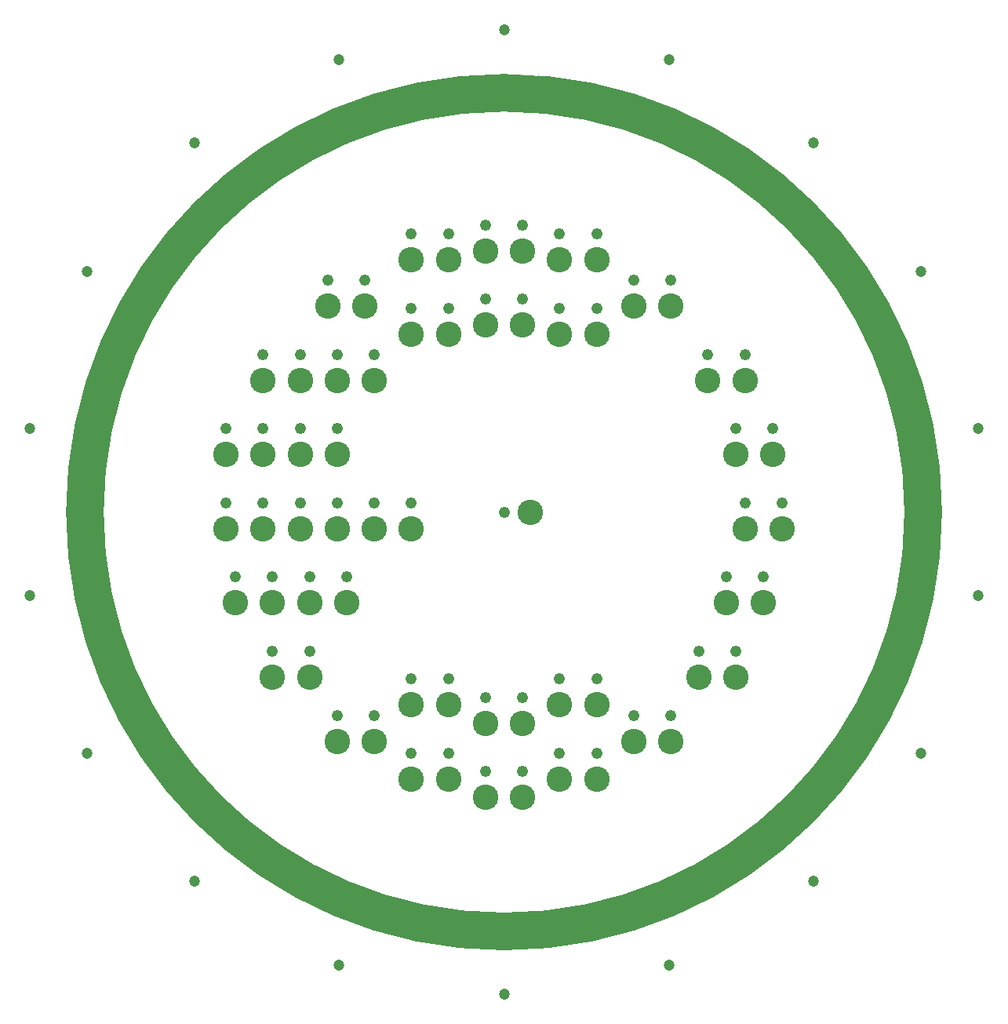
<source format=gbr>
G04 Layer_Color=16711935*
%FSLAX26Y26*%
%MOIN*%
%TF.FileFunction,Soldermask,Bot*%
%TF.Part,Single*%
G01*
G75*
%TA.AperFunction,NonConductor*%
%ADD19C,0.161024*%
%TA.AperFunction,WasherPad*%
%ADD23C,0.047370*%
%TA.AperFunction,ComponentPad*%
%ADD24C,0.108000*%
%ADD25C,0.048000*%
D19*
X1781299Y0D02*
G03*
X1781299Y0I-1781299J0D01*
G01*
D23*
X-1315944Y1568268D02*
D03*
X-700198Y1923780D02*
D03*
X0Y2047244D02*
D03*
X700198Y1923780D02*
D03*
X1315944Y1568280D02*
D03*
X1772966Y1023622D02*
D03*
X2016142Y355500D02*
D03*
Y-355500D02*
D03*
X1772966Y-1023622D02*
D03*
X1315944Y-1568280D02*
D03*
X700198Y-1923780D02*
D03*
X0Y-2047244D02*
D03*
X-700198Y-1923780D02*
D03*
X-1315944Y-1568280D02*
D03*
X-1772966Y-1023622D02*
D03*
X-2016142Y-355500D02*
D03*
Y355500D02*
D03*
X-1772966Y1023622D02*
D03*
D24*
X-866142Y244330D02*
D03*
X-393700Y1071102D02*
D03*
X-78740Y-897402D02*
D03*
X-1181102Y244330D02*
D03*
X-1023622Y559292D02*
D03*
X-78740Y1110472D02*
D03*
X-393700Y-818662D02*
D03*
X236220Y1071102D02*
D03*
X-393700Y756142D02*
D03*
X-78740Y795512D02*
D03*
X-708662Y-976142D02*
D03*
X551182Y874252D02*
D03*
X236220Y756142D02*
D03*
X1023622Y-70630D02*
D03*
X-826772Y-385590D02*
D03*
X866142Y559292D02*
D03*
X551182Y-976142D02*
D03*
X236220Y-1133622D02*
D03*
X-551182Y-70630D02*
D03*
X984252Y244330D02*
D03*
X-393700Y-1133622D02*
D03*
X-78740Y-1212362D02*
D03*
X-1181102Y-70630D02*
D03*
X944882Y-385590D02*
D03*
X-866142Y-70630D02*
D03*
X-826772Y-700552D02*
D03*
X-984252D02*
D03*
X-708662Y559292D02*
D03*
X826772Y-700552D02*
D03*
X-1141732Y-385590D02*
D03*
X-748032Y874252D02*
D03*
X236220Y-818662D02*
D03*
X-590552Y874252D02*
D03*
X-866142Y559292D02*
D03*
X-551182D02*
D03*
X-1023622Y244330D02*
D03*
X-708662D02*
D03*
Y-70630D02*
D03*
X-1023622D02*
D03*
X-393700D02*
D03*
X-984252Y-385590D02*
D03*
X-669292D02*
D03*
X-236220Y1071102D02*
D03*
Y756142D02*
D03*
X78740Y1110472D02*
D03*
Y795512D02*
D03*
X393700Y1071102D02*
D03*
Y756142D02*
D03*
X708662Y874252D02*
D03*
X1023622Y559292D02*
D03*
X1141732Y244330D02*
D03*
X1181102Y-70630D02*
D03*
X1102362Y-385590D02*
D03*
X984252Y-700552D02*
D03*
X-551182Y-976142D02*
D03*
X-236220Y-1133622D02*
D03*
Y-818662D02*
D03*
X78740Y-1212362D02*
D03*
Y-897402D02*
D03*
X393700Y-1133622D02*
D03*
Y-818662D02*
D03*
X708662Y-976142D02*
D03*
X110000Y0D02*
D03*
D25*
X-866142Y354330D02*
D03*
X-393700Y1181102D02*
D03*
X-78740Y-787402D02*
D03*
X-1181102Y354330D02*
D03*
X-1023622Y669292D02*
D03*
X-78740Y1220472D02*
D03*
X-393700Y-708662D02*
D03*
X236220Y1181102D02*
D03*
X-393700Y866142D02*
D03*
X-78740Y905512D02*
D03*
X-708662Y-866142D02*
D03*
X551182Y984252D02*
D03*
X236220Y866142D02*
D03*
X1023622Y39370D02*
D03*
X-826772Y-275590D02*
D03*
X866142Y669292D02*
D03*
X551182Y-866142D02*
D03*
X236220Y-1023622D02*
D03*
X-551182Y39370D02*
D03*
X984252Y354330D02*
D03*
X-393700Y-1023622D02*
D03*
X-78740Y-1102362D02*
D03*
X-1181102Y39370D02*
D03*
X944882Y-275590D02*
D03*
X-866142Y39370D02*
D03*
X-826772Y-590552D02*
D03*
X-984252D02*
D03*
X-708662Y669292D02*
D03*
X826772Y-590552D02*
D03*
X-1141732Y-275590D02*
D03*
X-748032Y984252D02*
D03*
X236220Y-708662D02*
D03*
X-590552Y984252D02*
D03*
X-866142Y669292D02*
D03*
X-551182D02*
D03*
X-1023622Y354330D02*
D03*
X-708662D02*
D03*
Y39370D02*
D03*
X-1023622D02*
D03*
X-393700D02*
D03*
X-984252Y-275590D02*
D03*
X-669292D02*
D03*
X-236220Y1181102D02*
D03*
Y866142D02*
D03*
X78740Y1220472D02*
D03*
Y905512D02*
D03*
X393700Y1181102D02*
D03*
Y866142D02*
D03*
X708662Y984252D02*
D03*
X1023622Y669292D02*
D03*
X1141732Y354330D02*
D03*
X1181102Y39370D02*
D03*
X1102362Y-275590D02*
D03*
X984252Y-590552D02*
D03*
X-551182Y-866142D02*
D03*
X-236220Y-1023622D02*
D03*
Y-708662D02*
D03*
X78740Y-1102362D02*
D03*
Y-787402D02*
D03*
X393700Y-1023622D02*
D03*
Y-708662D02*
D03*
X708662Y-866142D02*
D03*
X0Y0D02*
D03*
%TF.MD5,9dc4e6435a35149610b8507fd637b33a*%
M02*

</source>
